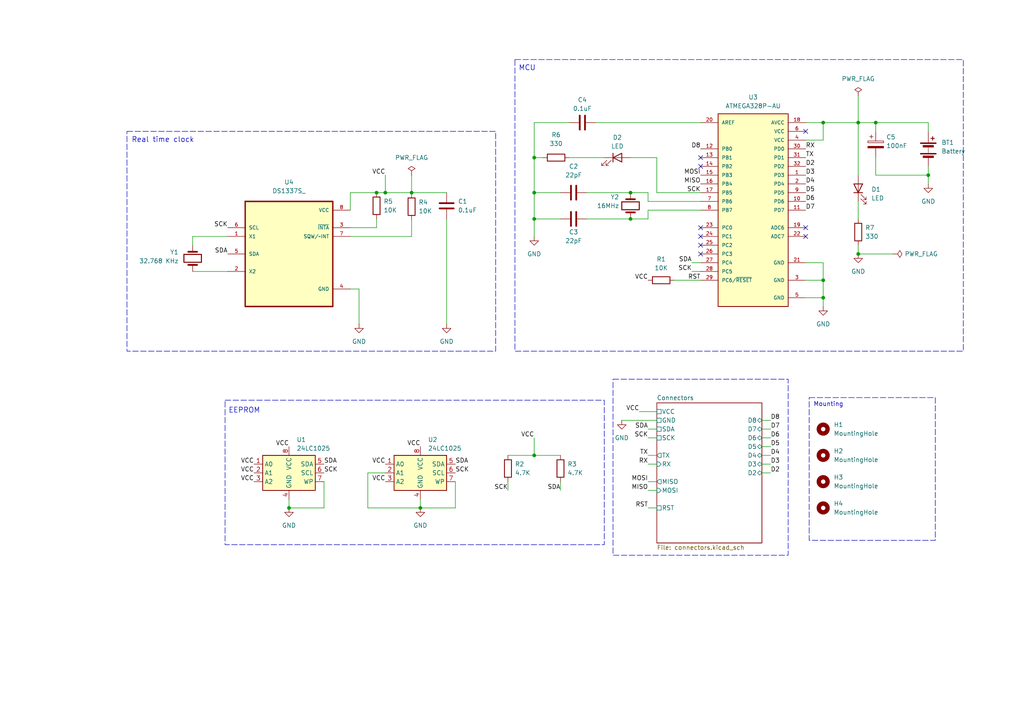
<source format=kicad_sch>
(kicad_sch (version 20231120) (generator "eeschema") (generator_version "8.0")
  (paper "A4")
  (title_block (title "${project name}") (date "2025-02-27") (rev "1"))
  (lib_symbols
    (symbol "24LC1025_1"
      (property "Reference" "U1" (at 2.1941 9.652 0))
      (property "Value" "24LC1025" (at 2.1941 7.112 0))
      (symbol "24LC1025_1_1_1"
        (rectangle (start -7.62 5.08) (end 7.62 -5.08) (stroke (width 0.254)) (fill (type background)))
        (pin input line (at -10.16 2.54 0) (length 2.54) (name "A0") (number "1"))
        (pin input line (at -10.16 0 0) (length 2.54) (name "A1") (number "2"))
        (pin input line (at -10.16 -2.54 0) (length 2.54) (name "A2") (number "3"))
        (pin power_in line (at 0 -7.62 90) (length 2.54) (name "GND") (number "4"))
        (pin bidirectional line (at 10.16 2.54 180) (length 2.54) (name "SDA") (number "5"))
        (pin input line (at 10.16 0 180) (length 2.54) (name "SCL") (number "6"))
        (pin input line (at 10.16 -2.54 180) (length 2.54) (name "WP") (number "7"))
        (pin power_in line (at 0 7.62 270) (length 2.54) (name "VCC") (number "8"))
      )
    )
    (symbol "ATMEGA328P-AU:ATMEGA328P-AU" (pin_names (offset 1.016))
      (property "Reference" "U3" (at 0 32.766 0))
      (property "Value" "ATMEGA328P-AU" (at 0 30.226 0))
      (symbol "ATMEGA328P-AU_0_0"
        (rectangle (start -10.16 -27.94) (end 10.16 27.94) (stroke (width 0.254)) (fill (type background)))
        (pin bidirectional line (at 15.24 10.16 180) (length 5.08) (name "PD3") (number "1"))
        (pin bidirectional line (at 15.24 2.54 180) (length 5.08) (name "PD6") (number "10"))
        (pin bidirectional line (at 15.24 0 180) (length 5.08) (name "PD7") (number "11"))
        (pin bidirectional line (at -15.24 17.78 0) (length 5.08) (name "PB0") (number "12"))
        (pin bidirectional line (at -15.24 15.24 0) (length 5.08) (name "PB1") (number "13"))
        (pin bidirectional line (at -15.24 12.7 0) (length 5.08) (name "PB2") (number "14"))
        (pin bidirectional line (at -15.24 10.16 0) (length 5.08) (name "PB3") (number "15"))
        (pin bidirectional line (at -15.24 7.62 0) (length 5.08) (name "PB4") (number "16"))
        (pin bidirectional line (at -15.24 5.08 0) (length 5.08) (name "PB5") (number "17"))
        (pin power_in line (at 15.24 25.4 180) (length 5.08) (name "AVCC") (number "18"))
        (pin bidirectional line (at 15.24 -5.08 180) (length 5.08) (name "ADC6") (number "19"))
        (pin bidirectional line (at 15.24 7.62 180) (length 5.08) (name "PD4") (number "2"))
        (pin input line (at -15.24 25.4 0) (length 5.08) (name "AREF") (number "20"))
        (pin power_in line (at 15.24 -15.24 180) (length 5.08) (name "GND") (number "21"))
        (pin bidirectional line (at 15.24 -7.62 180) (length 5.08) (name "ADC7") (number "22"))
        (pin bidirectional line (at -15.24 -5.08 0) (length 5.08) (name "PC0") (number "23"))
        (pin bidirectional line (at -15.24 -7.62 0) (length 5.08) (name "PC1") (number "24"))
        (pin bidirectional line (at -15.24 -10.16 0) (length 5.08) (name "PC2") (number "25"))
        (pin bidirectional line (at -15.24 -12.7 0) (length 5.08) (name "PC3") (number "26"))
        (pin bidirectional line (at -15.24 -15.24 0) (length 5.08) (name "PC4") (number "27"))
        (pin bidirectional line (at -15.24 -17.78 0) (length 5.08) (name "PC5") (number "28"))
        (pin bidirectional line (at -15.24 -20.32 0) (length 5.08) (name "PC6/~{RESET}") (number "29"))
        (pin power_in line (at 15.24 -20.32 180) (length 5.08) (name "GND") (number "3"))
        (pin bidirectional line (at 15.24 17.78 180) (length 5.08) (name "PD0") (number "30"))
        (pin bidirectional line (at 15.24 15.24 180) (length 5.08) (name "PD1") (number "31"))
        (pin bidirectional line (at 15.24 12.7 180) (length 5.08) (name "PD2") (number "32"))
        (pin power_in line (at 15.24 20.32 180) (length 5.08) (name "VCC") (number "4"))
        (pin power_in line (at 15.24 -25.4 180) (length 5.08) (name "GND") (number "5"))
        (pin power_in line (at 15.24 22.86 180) (length 5.08) (name "VCC") (number "6"))
        (pin bidirectional line (at -15.24 2.54 0) (length 5.08) (name "PB6") (number "7"))
        (pin bidirectional line (at -15.24 0 0) (length 5.08) (name "PB7") (number "8"))
        (pin bidirectional line (at 15.24 5.08 180) (length 5.08) (name "PD5") (number "9"))
      )
    )
    (symbol "DS1337S:DS1337S_" (pin_names (offset 1.016))
      (property "Reference" "U" (at -12.7 16.24 0))
      (property "Value" "DS1337S_" (at -12.7 -19.24 0))
      (symbol "DS1337S__0_0"
        (rectangle (start -12.7 -15.24) (end 12.7 15.24) (stroke (width 0.41)) (fill (type background)))
        (pin input line (at -17.78 5.08 0) (length 5.08) (name "X1") (number "1"))
        (pin bidirectional line (at -17.78 -5.08 0) (length 5.08) (name "X2") (number "2"))
        (pin output line (at 17.78 7.62 180) (length 5.08) (name "~{INTA}") (number "3"))
        (pin power_in line (at 17.78 -10.16 180) (length 5.08) (name "GND") (number "4"))
        (pin bidirectional line (at -17.78 0 0) (length 5.08) (name "SDA") (number "5"))
        (pin input line (at -17.78 7.62 0) (length 5.08) (name "SCL") (number "6"))
        (pin output line (at 17.78 5.08 180) (length 5.08) (name "SQW/~INT") (number "7"))
        (pin power_in line (at 17.78 12.7 180) (length 5.08) (name "VCC") (number "8"))
      )
    )
    (symbol "Device:Battery" (pin_numbers hide) (pin_names (offset 0) hide)
      (property "Reference" "BT" (at 2.54 2.54 0))
      (property "Value" "Battery" (at 2.54 0 0))
      (symbol "Battery_0_1"
        (rectangle (start -2.286 -1.27) (end 2.286 -1.524) (fill (type outline)))
        (rectangle (start -2.286 1.778) (end 2.286 1.524) (fill (type outline)))
        (rectangle (start -1.524 -2.032) (end 1.524 -2.54) (fill (type outline)))
        (rectangle (start -1.524 1.016) (end 1.524 0.508) (fill (type outline)))
        (polyline (pts (xy 0 -1.016) (xy 0 -0.762)))
        (polyline (pts (xy 0 -0.508) (xy 0 -0.254)))
        (polyline (pts (xy 0 0) (xy 0 0.254)))
        (polyline (pts (xy 0 1.778) (xy 0 2.54)))
        (polyline (pts (xy 0.762 3.048) (xy 1.778 3.048)) (stroke (width 0.254)))
        (polyline (pts (xy 1.27 3.556) (xy 1.27 2.54)) (stroke (width 0.254)))
      )
      (symbol "Battery_1_1"
        (pin passive line (at 0 5.08 270) (length 2.54) (name "+") (number "1"))
        (pin passive line (at 0 -5.08 90) (length 2.54) (name "-") (number "2"))
      )
    )
    (symbol "Device:C" (pin_numbers hide) (pin_names (offset 0.254))
      (property "Reference" "C" (at 0.635 2.54 0))
      (property "Value" "C" (at 0.635 -2.54 0))
      (symbol "C_0_1"
        (polyline (pts (xy -2.032 -0.762) (xy 2.032 -0.762)) (stroke (width 0.508)))
        (polyline (pts (xy -2.032 0.762) (xy 2.032 0.762)) (stroke (width 0.508)))
      )
      (symbol "C_1_1"
        (pin passive line (at 0 3.81 270) (length 2.794) (name "~") (number "1"))
        (pin passive line (at 0 -3.81 90) (length 2.794) (name "~") (number "2"))
      )
    )
    (symbol "Device:C_Polarized" (pin_numbers hide) (pin_names (offset 0.254))
      (property "Reference" "C" (at 0.635 2.54 0))
      (property "Value" "C_Polarized" (at 0.635 -2.54 0))
      (symbol "C_Polarized_0_1"
        (rectangle (start -2.286 0.508) (end 2.286 1.016))
        (polyline (pts (xy -1.778 2.286) (xy -0.762 2.286)))
        (polyline (pts (xy -1.27 2.794) (xy -1.27 1.778)))
        (rectangle (start 2.286 -0.508) (end -2.286 -1.016) (fill (type outline)))
      )
      (symbol "C_Polarized_1_1"
        (pin passive line (at 0 3.81 270) (length 2.794) (name "~") (number "1"))
        (pin passive line (at 0 -3.81 90) (length 2.794) (name "~") (number "2"))
      )
    )
    (symbol "Device:Crystal" (pin_numbers hide) (pin_names (offset 1.016) hide)
      (property "Reference" "Y" (at 0 3.81 0))
      (property "Value" "Crystal" (at 0 -3.81 0))
      (symbol "Crystal_0_1"
        (rectangle (start -1.143 2.54) (end 1.143 -2.54) (stroke (width 0.3048)))
        (polyline (pts (xy -2.54 0) (xy -1.905 0)))
        (polyline (pts (xy -1.905 -1.27) (xy -1.905 1.27)) (stroke (width 0.508)))
        (polyline (pts (xy 1.905 -1.27) (xy 1.905 1.27)) (stroke (width 0.508)))
        (polyline (pts (xy 2.54 0) (xy 1.905 0)))
      )
      (symbol "Crystal_1_1"
        (pin passive line (at -3.81 0 0) (length 1.27) (name "1") (number "1"))
        (pin passive line (at 3.81 0 180) (length 1.27) (name "2") (number "2"))
      )
    )
    (symbol "Device:LED" (pin_numbers hide) (pin_names (offset 1.016) hide)
      (property "Reference" "D" (at 0 2.54 0))
      (property "Value" "LED" (at 0 -2.54 0))
      (symbol "LED_0_1"
        (polyline (pts (xy -1.27 -1.27) (xy -1.27 1.27)) (stroke (width 0.254)))
        (polyline (pts (xy -1.27 0) (xy 1.27 0)))
        (polyline (pts (xy 1.27 -1.27) (xy 1.27 1.27) (xy -1.27 0) (xy 1.27 -1.27)) (stroke (width 0.254)))
        (polyline (pts (xy -3.048 -0.762) (xy -4.572 -2.286) (xy -3.81 -2.286) (xy -4.572 -2.286) (xy -4.572 -1.524)))
        (polyline (pts (xy -1.778 -0.762) (xy -3.302 -2.286) (xy -2.54 -2.286) (xy -3.302 -2.286) (xy -3.302 -1.524)))
      )
      (symbol "LED_1_1"
        (pin passive line (at -3.81 0 0) (length 2.54) (name "K") (number "1"))
        (pin passive line (at 3.81 0 180) (length 2.54) (name "A") (number "2"))
      )
    )
    (symbol "Device:R" (pin_numbers hide) (pin_names (offset 0))
      (property "Reference" "R" (at 2.032 0 90))
      (property "Value" "R" (at 0 0 90))
      (symbol "R_0_1"
        (rectangle (start -1.016 -2.54) (end 1.016 2.54) (stroke (width 0.254)))
      )
      (symbol "R_1_1"
        (pin passive line (at 0 3.81 270) (length 1.27) (name "~") (number "1"))
        (pin passive line (at 0 -3.81 90) (length 1.27) (name "~") (number "2"))
      )
    )
    (symbol "Mechanical:MountingHole" (pin_names (offset 1.016)) (exclude_from_sim yes) (in_bom no)
      (property "Reference" "H" (at 0 5.08 0))
      (property "Value" "MountingHole" (at 0 3.175 0))
      (symbol "MountingHole_0_1"
        (circle (center 0 0) (radius 1.27) (stroke (width 1.27)))
      )
    )
    (symbol "Memory_EEPROM:24LC1025"
      (property "Reference" "U" (at -6.35 6.35 0))
      (property "Value" "24LC1025" (at 1.27 6.35 0))
      (symbol "24LC1025_1_1"
        (rectangle (start -7.62 5.08) (end 7.62 -5.08) (stroke (width 0.254)) (fill (type background)))
        (pin input line (at -10.16 2.54 0) (length 2.54) (name "A0") (number "1"))
        (pin input line (at -10.16 0 0) (length 2.54) (name "A1") (number "2"))
        (pin input line (at -10.16 -2.54 0) (length 2.54) (name "A2") (number "3"))
        (pin power_in line (at 0 -7.62 90) (length 2.54) (name "GND") (number "4"))
        (pin bidirectional line (at 10.16 2.54 180) (length 2.54) (name "SDA") (number "5"))
        (pin input line (at 10.16 0 180) (length 2.54) (name "SCL") (number "6"))
        (pin input line (at 10.16 -2.54 180) (length 2.54) (name "WP") (number "7"))
        (pin power_in line (at 0 7.62 270) (length 2.54) (name "VCC") (number "8"))
      )
    )
    (symbol "power:GND" (power) (pin_numbers hide) (pin_names (offset 0) hide)
      (property "Value" "GND" (at 0 -3.81 0))
      (symbol "GND_0_1"
        (polyline (pts (xy 0 0) (xy 0 -1.27) (xy 1.27 -1.27) (xy 0 -2.54) (xy -1.27 -1.27) (xy 0 -1.27)))
      )
      (symbol "GND_1_1"
        (pin power_in line (at 0 0 270) (length 0) (name "~") (number "1"))
      )
    )
    (symbol "power:PWR_FLAG" (power) (pin_numbers hide) (pin_names (offset 0) hide)
      (property "Value" "PWR_FLAG" (at 0 3.81 0))
      (symbol "PWR_FLAG_0_0"
        (pin power_out line (at 0 0 90) (length 0) (name "~") (number "1"))
      )
      (symbol "PWR_FLAG_0_1"
        (polyline (pts (xy 0 0) (xy 0 1.27) (xy -1.016 1.905) (xy 0 2.54) (xy 1.016 1.905) (xy 0 1.27)))
      )
    )
  )
  (junction (at 248.92 35.56))
  (junction (at 182.88 55.88))
  (junction (at 154.94 45.72))
  (junction (at 248.92 73.66))
  (junction (at 83.82 147.32))
  (junction (at 254 35.56))
  (junction (at 119.38 55.88))
  (junction (at 182.88 63.5))
  (junction (at 154.94 63.5))
  (junction (at 238.76 81.28))
  (junction (at 238.76 86.36))
  (junction (at 121.92 147.32))
  (junction (at 154.94 55.88))
  (junction (at 109.22 55.88))
  (junction (at 238.76 35.56))
  (junction (at 269.24 50.8))
  (junction (at 154.94 132.08))
  (junction (at 111.76 55.88))
  (no_connect (at 203.2 48.26))
  (no_connect (at 233.68 68.58))
  (no_connect (at 203.2 66.04))
  (no_connect (at 203.2 45.72))
  (no_connect (at 233.68 38.1))
  (no_connect (at 203.2 68.58))
  (no_connect (at 203.2 71.12))
  (no_connect (at 233.68 66.04))
  (no_connect (at 203.2 73.66))
  (wire (pts (xy 187.96 127) (xy 190.5 127)))
  (wire (pts (xy 254 35.56) (xy 269.24 35.56)))
  (wire (pts (xy 254 35.56) (xy 254 38.1)))
  (wire (pts (xy 170.18 55.88) (xy 182.88 55.88)))
  (wire (pts (xy 83.82 147.32) (xy 93.98 147.32)))
  (wire (pts (xy 187.96 63.5) (xy 182.88 63.5)))
  (wire (pts (xy 111.76 55.88) (xy 119.38 55.88)))
  (wire (pts (xy 154.94 63.5) (xy 154.94 68.58)))
  (wire (pts (xy 121.92 147.32) (xy 132.08 147.32)))
  (wire (pts (xy 147.32 142.24) (xy 147.32 139.7)))
  (wire (pts (xy 190.5 55.88) (xy 203.2 55.88)))
  (wire (pts (xy 154.94 45.72) (xy 157.48 45.72)))
  (wire (pts (xy 162.56 142.24) (xy 162.56 139.7)))
  (wire (pts (xy 182.88 55.88) (xy 187.96 55.88)))
  (wire (pts (xy 233.68 40.64) (xy 238.76 40.64)))
  (wire (pts (xy 187.96 142.24) (xy 190.5 142.24)))
  (wire (pts (xy 223.52 129.54) (xy 220.98 129.54)))
  (wire (pts (xy 154.94 127) (xy 154.94 132.08)))
  (wire (pts (xy 187.96 134.62) (xy 190.5 134.62)))
  (wire (pts (xy 119.38 63.754) (xy 119.38 68.58)))
  (wire (pts (xy 185.42 119.38) (xy 190.5 119.38)))
  (wire (pts (xy 154.94 132.08) (xy 162.56 132.08)))
  (wire (pts (xy 187.96 60.96) (xy 203.2 60.96)))
  (wire (pts (xy 269.24 48.26) (xy 269.24 50.8)))
  (wire (pts (xy 154.94 55.88) (xy 154.94 63.5)))
  (wire (pts (xy 254 45.72) (xy 254 50.8)))
  (wire (pts (xy 233.68 76.2) (xy 238.76 76.2)))
  (wire (pts (xy 248.92 73.66) (xy 259.08 73.66)))
  (wire (pts (xy 106.68 147.32) (xy 121.92 147.32)))
  (wire (pts (xy 55.88 68.58) (xy 66.04 68.58)))
  (wire (pts (xy 238.76 35.56) (xy 248.92 35.56)))
  (wire (pts (xy 238.76 88.9) (xy 238.76 86.36)))
  (wire (pts (xy 132.08 139.7) (xy 132.08 147.32)))
  (wire (pts (xy 200.66 78.74) (xy 203.2 78.74)))
  (wire (pts (xy 111.76 137.16) (xy 106.68 137.16)))
  (wire (pts (xy 187.96 132.08) (xy 190.5 132.08)))
  (wire (pts (xy 223.52 127) (xy 220.98 127)))
  (wire (pts (xy 101.6 55.88) (xy 109.22 55.88)))
  (wire (pts (xy 147.32 132.08) (xy 154.94 132.08)))
  (wire (pts (xy 101.6 60.96) (xy 101.6 55.88)))
  (wire (pts (xy 248.92 73.66) (xy 248.92 71.12)))
  (wire (pts (xy 233.68 81.28) (xy 238.76 81.28)))
  (wire (pts (xy 154.94 63.5) (xy 162.56 63.5)))
  (wire (pts (xy 121.92 147.32) (xy 121.92 144.78)))
  (wire (pts (xy 190.5 45.72) (xy 190.5 55.88)))
  (wire (pts (xy 187.96 58.42) (xy 203.2 58.42)))
  (wire (pts (xy 195.58 81.28) (xy 203.2 81.28)))
  (wire (pts (xy 187.96 139.7) (xy 190.5 139.7)))
  (wire (pts (xy 119.38 55.88) (xy 129.54 55.88)))
  (wire (pts (xy 55.88 78.74) (xy 66.04 78.74)))
  (wire (pts (xy 104.14 83.82) (xy 104.14 93.98)))
  (wire (pts (xy 129.54 63.5) (xy 129.54 93.98)))
  (wire (pts (xy 254 50.8) (xy 269.24 50.8)))
  (wire (pts (xy 119.38 50.8) (xy 119.38 55.88)))
  (wire (pts (xy 223.52 124.46) (xy 220.98 124.46)))
  (wire (pts (xy 101.6 68.58) (xy 119.38 68.58)))
  (wire (pts (xy 106.68 137.16) (xy 106.68 147.32)))
  (wire (pts (xy 248.92 35.56) (xy 254 35.56)))
  (wire (pts (xy 238.76 76.2) (xy 238.76 81.28)))
  (wire (pts (xy 187.96 60.96) (xy 187.96 63.5)))
  (wire (pts (xy 154.94 55.88) (xy 162.56 55.88)))
  (wire (pts (xy 233.68 86.36) (xy 238.76 86.36)))
  (wire (pts (xy 200.66 76.2) (xy 203.2 76.2)))
  (wire (pts (xy 248.92 27.94) (xy 248.92 35.56)))
  (wire (pts (xy 187.96 55.88) (xy 187.96 58.42)))
  (wire (pts (xy 165.1 45.72) (xy 175.26 45.72)))
  (wire (pts (xy 223.52 132.08) (xy 220.98 132.08)))
  (wire (pts (xy 101.6 83.82) (xy 104.14 83.82)))
  (wire (pts (xy 187.96 124.46) (xy 190.5 124.46)))
  (wire (pts (xy 154.94 45.72) (xy 154.94 55.88)))
  (wire (pts (xy 119.38 56.134) (xy 119.38 55.88)))
  (wire (pts (xy 172.72 35.56) (xy 203.2 35.56)))
  (wire (pts (xy 83.82 147.32) (xy 83.82 144.78)))
  (wire (pts (xy 101.6 66.04) (xy 109.22 66.04)))
  (wire (pts (xy 233.68 35.56) (xy 238.76 35.56)))
  (wire (pts (xy 170.18 63.5) (xy 182.88 63.5)))
  (wire (pts (xy 109.22 55.88) (xy 111.76 55.88)))
  (wire (pts (xy 187.96 147.32) (xy 190.5 147.32)))
  (wire (pts (xy 180.34 121.92) (xy 190.5 121.92)))
  (wire (pts (xy 269.24 35.56) (xy 269.24 38.1)))
  (wire (pts (xy 109.22 63.5) (xy 109.22 66.04)))
  (wire (pts (xy 182.88 45.72) (xy 190.5 45.72)))
  (wire (pts (xy 269.24 50.8) (xy 269.24 53.34)))
  (wire (pts (xy 93.98 139.7) (xy 93.98 147.32)))
  (wire (pts (xy 223.52 134.62) (xy 220.98 134.62)))
  (wire (pts (xy 154.94 35.56) (xy 154.94 45.72)))
  (wire (pts (xy 223.52 121.92) (xy 220.98 121.92)))
  (wire (pts (xy 111.76 50.8) (xy 111.76 55.88)))
  (wire (pts (xy 55.88 71.12) (xy 55.88 68.58)))
  (wire (pts (xy 248.92 35.56) (xy 248.92 50.8)))
  (wire (pts (xy 248.92 63.5) (xy 248.92 58.42)))
  (wire (pts (xy 165.1 35.56) (xy 154.94 35.56)))
  (wire (pts (xy 238.76 35.56) (xy 238.76 40.64)))
  (wire (pts (xy 223.52 137.16) (xy 220.98 137.16)))
  (wire (pts (xy 238.76 81.28) (xy 238.76 86.36)))
  (rectangle (start 177.8 109.982) (end 228.6 161.036) (stroke (width 0) (type dash)))
  (rectangle (start 36.83 38.1) (end 143.764 101.854) (stroke (width 0) (type dash)))
  (rectangle (start 65.278 116.078) (end 175.26 157.988) (stroke (width 0) (type dash)))
  (rectangle (start 234.696 115.316) (end 271.272 156.718) (stroke (width 0) (type dash)))
  (rectangle (start 149.352 17.272) (end 279.4 101.854) (stroke (width 0) (type dash)))
  (text "Real time clock" (at 47.244 40.64 0) (effects (font (size 1.5 1.5))))
  (text "Mounting\n" (at 240.284 117.348 0) (effects (font (size 1.27 1.27))))
  (text "MCU" (at 152.908 19.812 0) (effects (font (size 1.5 1.5))))
  (text "EEPROM" (at 70.866 119.126 0) (effects (font (size 1.5 1.5))))
  (label "D4" (at 233.68 53.34 0))
  (label "SDA" (at 162.56 142.24 180))
  (label "SDA" (at 187.96 124.46 180))
  (label "VCC" (at 111.76 50.8 180))
  (label "VCC" (at 154.94 127 180))
  (label "D7" (at 223.52 124.46 0))
  (label "VCC" (at 73.66 139.7 180))
  (label "D8" (at 223.52 121.92 0))
  (label "SCK" (at 147.32 142.24 180))
  (label "MISO" (at 203.2 53.34 180))
  (label "MOSI" (at 187.96 139.7 180))
  (label "D5" (at 223.52 129.54 0))
  (label "SCK" (at 132.08 137.16 0))
  (label "VCC" (at 83.82 129.54 180))
  (label "VCC" (at 111.76 139.7 180))
  (label "VCC" (at 73.66 134.62 180))
  (label "MISO" (at 187.96 142.24 180))
  (label "SDA" (at 200.66 76.2 180))
  (label "D5" (at 233.68 55.88 0))
  (label "RST" (at 187.96 147.32 180))
  (label "SCK" (at 187.96 127 180))
  (label "VCC" (at 121.92 129.54 180))
  (label "SDA" (at 132.08 134.62 0))
  (label "D7" (at 233.68 60.96 0))
  (label "TX" (at 187.96 132.08 180))
  (label "SDA" (at 66.04 73.66 180))
  (label "D6" (at 223.52 127 0))
  (label "D3" (at 233.68 50.8 0))
  (label "VCC" (at 187.96 81.28 180))
  (label "TX" (at 233.68 45.72 0))
  (label "VCC" (at 73.66 137.16 180))
  (label "RX" (at 233.68 43.18 0))
  (label "SCK" (at 66.04 66.04 180))
  (label "D6" (at 233.68 58.42 0))
  (label "SCK" (at 200.66 78.74 180))
  (label "SCK" (at 203.2 55.88 180))
  (label "D2" (at 223.52 137.16 0))
  (label "D3" (at 223.52 134.62 0))
  (label "SCK" (at 93.98 137.16 0))
  (label "D4" (at 223.52 132.08 0))
  (label "D2" (at 233.68 48.26 0))
  (label "SDA" (at 93.98 134.62 0))
  (label "MOSI" (at 203.2 50.8 180))
  (label "RX" (at 187.96 134.62 180))
  (label "D8" (at 203.2 43.18 180))
  (label "VCC" (at 185.42 119.38 180))
  (label "VCC" (at 111.76 134.62 180))
  (label "RST" (at 203.2 81.28 180))
  (symbol (lib_id "DS1337S:DS1337S_") (at 83.82 73.66 0) (unit 1)
    (property "Reference" "U4" (at 83.82 52.832 0))
    (property "Value" "DS1337S_" (at 83.82 55.372 0))
    (property "Footprint" "DS1337S_:SOIC127P600X175-8N" (effects (hide yes)))
    (property "MF" "Analog Devices" (effects (hide yes)))
    (property "Description_1" "\n                        \n                            Real Time Clock (RTC) IC Clock/Calendar - I²C, 2-Wire Serial 8-SOIC (0.154, 3.90mm Width)\n                        \n" (effects (hide yes)))
    (property "Package" "SOIC-8 Maxim" (effects (hide yes)))
    (property "Price" "None" (effects (hide yes)))
    (property "SnapEDA_Link" "https://www.snapeda.com/parts/DS1337S/Analog+Devices/view-part/?ref=snap" (effects (hide yes)))
    (property "MP" "DS1337S" (effects (hide yes)))
    (property "Availability" "In Stock" (effects (hide yes)))
    (property "Check_prices" "https://www.snapeda.com/parts/DS1337S/Analog+Devices/view-part/?ref=eda" (effects (hide yes)))
  )
  (symbol (lib_id "power:PWR_FLAG") (at 259.08 73.66 270) (unit 1)
    (property "Reference" "#FLG02" (effects (hide yes)))
    (property "Value" "PWR_FLAG" (at 262.382 73.6599 90) (effects (justify left)))
    (property "Description" "Special symbol for telling ERC where power comes from" (effects (hide yes)))
  )
  (symbol (lib_id "Mechanical:MountingHole") (at 238.76 147.32 0) (unit 1) (exclude_from_sim yes) (in_bom no)
    (property "Reference" "H4" (at 241.808 146.0499 0) (effects (justify left)))
    (property "Value" "MountingHole" (at 241.808 148.5899 0) (effects (justify left)))
    (property "Footprint" "MountingHole:MountingHole_2.1mm" (effects (hide yes)))
    (property "Description" "Mounting Hole without connection" (effects (hide yes)))
  )
  (symbol (lib_id "Device:C_Polarized") (at 254 41.91 0) (unit 1)
    (property "Reference" "C5" (at 257.048 39.7509 0) (effects (justify left)))
    (property "Value" "100nF" (at 257.048 42.2909 0) (effects (justify left)))
    (property "Footprint" "Capacitor_SMD:C_0805_2012Metric" (effects (hide yes)))
    (property "Description" "Polarized capacitor" (effects (hide yes)))
  )
  (symbol (lib_id "Device:R") (at 119.38 59.944 0) (unit 1)
    (property "Reference" "R4" (at 121.412 58.6739 0) (effects (justify left)))
    (property "Value" "10K" (at 121.412 61.2139 0) (effects (justify left)))
    (property "Footprint" "Resistor_SMD:R_0805_2012Metric" (effects (hide yes)))
    (property "Description" "Resistor" (effects (hide yes)))
  )
  (symbol (lib_id "power:PWR_FLAG") (at 248.92 27.94 0) (unit 1)
    (property "Reference" "#FLG01" (effects (hide yes)))
    (property "Value" "PWR_FLAG" (at 248.92 22.86 0))
    (property "Description" "Special symbol for telling ERC where power comes from" (effects (hide yes)))
  )
  (symbol (lib_name "24LC1025_1") (lib_id "Memory_EEPROM:24LC1025") (at 83.82 137.16 0) (unit 1)
    (property "Reference" "U1" (at 86.0141 127.508 0) (effects (justify left)))
    (property "Value" "24LC1025" (at 86.0141 130.048 0) (effects (justify left)))
    (property "Footprint" "Package_SO:SOIC-8_5.23x5.23mm_P1.27mm" (effects (hide yes)))
    (property "Datasheet" "http://ww1.microchip.com/downloads/en/DeviceDoc/21941B.pdf" (effects (hide yes)))
    (property "Description" "I2C Serial EEPROM, 1024Kb, DIP-8/SOIC-8/TSSOP-8/DFN-8" (effects (hide yes)))
  )
  (symbol (lib_id "Mechanical:MountingHole") (at 238.76 139.7 0) (unit 1) (exclude_from_sim yes) (in_bom no)
    (property "Reference" "H3" (at 241.808 138.4299 0) (effects (justify left)))
    (property "Value" "MountingHole" (at 241.808 140.9699 0) (effects (justify left)))
    (property "Footprint" "MountingHole:MountingHole_2.1mm" (effects (hide yes)))
    (property "Description" "Mounting Hole without connection" (effects (hide yes)))
  )
  (symbol (lib_id "power:GND") (at 104.14 93.98 0) (unit 1)
    (property "Reference" "#PWR01" (effects (hide yes)))
    (property "Value" "GND" (at 104.14 99.06 0))
    (property "Description" "Power symbol creates a global label with name \"GND\" , ground" (effects (hide yes)))
  )
  (symbol (lib_id "Memory_EEPROM:24LC1025") (at 121.92 137.16 0) (unit 1)
    (property "Reference" "U2" (at 124.1141 127.508 0) (effects (justify left)))
    (property "Value" "24LC1025" (at 124.1141 130.048 0) (effects (justify left)))
    (property "Footprint" "Package_SO:SOIC-8_5.23x5.23mm_P1.27mm" (effects (hide yes)))
    (property "Datasheet" "http://ww1.microchip.com/downloads/en/DeviceDoc/21941B.pdf" (effects (hide yes)))
    (property "Description" "I2C Serial EEPROM, 1024Kb, DIP-8/SOIC-8/TSSOP-8/DFN-8" (effects (hide yes)))
  )
  (symbol (lib_id "Mechanical:MountingHole") (at 238.76 124.46 0) (unit 1) (exclude_from_sim yes) (in_bom no)
    (property "Reference" "H1" (at 241.808 123.1899 0) (effects (justify left)))
    (property "Value" "MountingHole" (at 241.808 125.7299 0) (effects (justify left)))
    (property "Footprint" "MountingHole:MountingHole_2.1mm" (effects (hide yes)))
    (property "Description" "Mounting Hole without connection" (effects (hide yes)))
  )
  (symbol (lib_id "Device:R") (at 162.56 135.89 0) (unit 1)
    (property "Reference" "R3" (at 164.592 134.6199 0) (effects (justify left)))
    (property "Value" "4.7K" (at 164.592 137.1599 0) (effects (justify left)))
    (property "Footprint" "Resistor_SMD:R_0805_2012Metric" (effects (hide yes)))
    (property "Description" "Resistor" (effects (hide yes)))
  )
  (symbol (lib_id "power:GND") (at 83.82 147.32 0) (unit 1)
    (property "Reference" "#PWR03" (effects (hide yes)))
    (property "Value" "GND" (at 83.82 152.4 0))
    (property "Description" "Power symbol creates a global label with name \"GND\" , ground" (effects (hide yes)))
  )
  (symbol (lib_id "Device:R") (at 109.22 59.69 0) (unit 1)
    (property "Reference" "R5" (at 111.252 58.4199 0) (effects (justify left)))
    (property "Value" "10K" (at 111.252 60.9599 0) (effects (justify left)))
    (property "Footprint" "Resistor_SMD:R_0805_2012Metric" (effects (hide yes)))
    (property "Description" "Resistor" (effects (hide yes)))
  )
  (symbol (lib_id "power:GND") (at 129.54 93.98 0) (unit 1)
    (property "Reference" "#PWR02" (effects (hide yes)))
    (property "Value" "GND" (at 129.54 99.06 0))
    (property "Description" "Power symbol creates a global label with name \"GND\" , ground" (effects (hide yes)))
  )
  (symbol (lib_id "ATMEGA328P-AU:ATMEGA328P-AU") (at 218.44 60.96 0) (unit 1)
    (property "Reference" "U3" (at 218.44 28.194 0))
    (property "Value" "ATMEGA328P-AU" (at 218.44 30.734 0))
    (property "Footprint" "ATMEGA328P-AU:QFP80P900X900X120-32N" (effects (hide yes)))
    (property "MF" "Microchip" (effects (hide yes)))
    (property "MAXIMUM_PACKAGE_HEIGHT" "1.20mm" (effects (hide yes)))
    (property "Package" "TQFP-32 Microchip" (effects (hide yes)))
    (property "Price" "None" (effects (hide yes)))
    (property "Check_prices" "https://www.snapeda.com/parts/ATMEGA328P-AU/Microchip/view-part/?ref=eda" (effects (hide yes)))
    (property "STANDARD" "IPC-7351B" (effects (hide yes)))
    (property "PARTREV" "8271A" (effects (hide yes)))
    (property "SnapEDA_Link" "https://www.snapeda.com/parts/ATMEGA328P-AU/Microchip/view-part/?ref=snap" (effects (hide yes)))
    (property "MP" "ATMEGA328P-AU" (effects (hide yes)))
    (property "Description_1" "\n                        \n                            AVR AVR® ATmega Microcontroller IC 8-Bit 20MHz 32KB (16K x 16) FLASH 32-TQFP (7x7)\n                        \n" (effects (hide yes)))
    (property "Availability" "In Stock" (effects (hide yes)))
    (property "MANUFACTURER" "Microchip" (effects (hide yes)))
  )
  (symbol (lib_id "Device:Crystal") (at 182.88 59.69 90) (unit 1)
    (property "Reference" "Y2" (at 179.578 57.15 90) (effects (justify left)))
    (property "Value" "16MHz" (at 179.578 59.69 90) (effects (justify left)))
    (property "Footprint" "Crystal:Crystal_SMD_5032-2Pin_5.0x3.2mm_HandSoldering" (effects (hide yes)))
    (property "Description" "Two pin crystal" (effects (hide yes)))
  )
  (symbol (lib_id "Device:C") (at 129.54 59.69 0) (unit 1)
    (property "Reference" "C1" (at 132.842 58.4199 0) (effects (justify left)))
    (property "Value" "0.1uF" (at 132.842 60.9599 0) (effects (justify left)))
    (property "Footprint" "Capacitor_SMD:C_0805_2012Metric" (effects (hide yes)))
    (property "Description" "Unpolarized capacitor" (effects (hide yes)))
  )
  (symbol (lib_id "power:GND") (at 269.24 53.34 0) (unit 1)
    (property "Reference" "#PWR07" (effects (hide yes)))
    (property "Value" "GND" (at 269.24 58.42 0))
    (property "Description" "Power symbol creates a global label with name \"GND\" , ground" (effects (hide yes)))
  )
  (symbol (lib_id "Device:R") (at 191.77 81.28 90) (unit 1)
    (property "Reference" "R1" (at 191.77 75.184 90))
    (property "Value" "10K" (at 191.77 77.724 90))
    (property "Footprint" "Resistor_SMD:R_0805_2012Metric" (effects (hide yes)))
    (property "Description" "Resistor" (effects (hide yes)))
  )
  (symbol (lib_id "Device:C") (at 168.91 35.56 90) (unit 1)
    (property "Reference" "C4" (at 168.91 28.956 90))
    (property "Value" "0.1uF" (at 168.91 31.496 90))
    (property "Footprint" "Capacitor_SMD:C_0805_2012Metric" (effects (hide yes)))
    (property "Description" "Unpolarized capacitor" (effects (hide yes)))
  )
  (symbol (lib_id "Device:R") (at 161.29 45.72 90) (unit 1)
    (property "Reference" "R6" (at 161.29 39.116 90))
    (property "Value" "330" (at 161.29 41.656 90))
    (property "Footprint" "Resistor_SMD:R_0805_2012Metric" (effects (hide yes)))
    (property "Description" "Resistor" (effects (hide yes)))
  )
  (symbol (lib_id "Device:Battery") (at 269.24 43.18 0) (unit 1)
    (property "Reference" "BT1" (at 273.05 41.3384 0) (effects (justify left)))
    (property "Value" "Battery" (at 273.05 43.8784 0) (effects (justify left)))
    (property "Footprint" "Connector_PinHeader_2.54mm:PinHeader_1x02_P2.54mm_Vertical" (effects (hide yes)))
    (property "Description" "Multiple-cell battery" (effects (hide yes)))
  )
  (symbol (lib_id "Device:R") (at 147.32 135.89 0) (unit 1)
    (property "Reference" "R2" (at 149.352 134.6199 0) (effects (justify left)))
    (property "Value" "4.7K" (at 149.352 137.1599 0) (effects (justify left)))
    (property "Footprint" "Resistor_SMD:R_0805_2012Metric" (effects (hide yes)))
    (property "Description" "Resistor" (effects (hide yes)))
  )
  (symbol (lib_id "Device:C") (at 166.37 63.5 90) (unit 1)
    (property "Reference" "C3" (at 166.37 67.31 90))
    (property "Value" "22pF" (at 166.37 69.85 90))
    (property "Footprint" "Capacitor_SMD:C_0805_2012Metric" (effects (hide yes)))
    (property "Description" "Unpolarized capacitor" (effects (hide yes)))
  )
  (symbol (lib_id "power:GND") (at 248.92 73.66 0) (unit 1)
    (property "Reference" "#PWR06" (effects (hide yes)))
    (property "Value" "GND" (at 248.92 78.74 0))
    (property "Description" "Power symbol creates a global label with name \"GND\" , ground" (effects (hide yes)))
  )
  (symbol (lib_id "power:PWR_FLAG") (at 119.38 50.8 0) (unit 1)
    (property "Reference" "#FLG03" (effects (hide yes)))
    (property "Value" "PWR_FLAG" (at 119.38 45.72 0))
    (property "Description" "Special symbol for telling ERC where power comes from" (effects (hide yes)))
  )
  (symbol (lib_id "Device:LED") (at 179.07 45.72 0) (unit 1)
    (property "Reference" "D2" (at 179.07 39.878 0))
    (property "Value" "LED" (at 179.07 42.418 0))
    (property "Footprint" "LED_SMD:LED_0805_2012Metric" (effects (hide yes)))
    (property "Description" "Light emitting diode" (effects (hide yes)))
  )
  (symbol (lib_id "Device:C") (at 166.37 55.88 90) (unit 1)
    (property "Reference" "C2" (at 166.37 48.26 90))
    (property "Value" "22pF" (at 166.37 50.8 90))
    (property "Footprint" "Capacitor_SMD:C_0805_2012Metric" (effects (hide yes)))
    (property "Description" "Unpolarized capacitor" (effects (hide yes)))
  )
  (symbol (lib_id "power:GND") (at 238.76 88.9 0) (unit 1)
    (property "Reference" "#PWR05" (effects (hide yes)))
    (property "Value" "GND" (at 238.76 93.98 0))
    (property "Description" "Power symbol creates a global label with name \"GND\" , ground" (effects (hide yes)))
  )
  (symbol (lib_id "Mechanical:MountingHole") (at 238.76 132.08 0) (unit 1) (exclude_from_sim yes) (in_bom no)
    (property "Reference" "H2" (at 241.808 130.8099 0) (effects (justify left)))
    (property "Value" "MountingHole" (at 241.808 133.3499 0) (effects (justify left)))
    (property "Footprint" "MountingHole:MountingHole_2.1mm" (effects (hide yes)))
    (property "Description" "Mounting Hole without connection" (effects (hide yes)))
  )
  (symbol (lib_id "power:GND") (at 121.92 147.32 0) (unit 1)
    (property "Reference" "#PWR04" (effects (hide yes)))
    (property "Value" "GND" (at 121.92 152.4 0))
    (property "Description" "Power symbol creates a global label with name \"GND\" , ground" (effects (hide yes)))
  )
  (symbol (lib_id "Device:LED") (at 248.92 54.61 90) (unit 1)
    (property "Reference" "D1" (at 252.73 54.9274 90) (effects (justify right)))
    (property "Value" "LED" (at 252.73 57.4674 90) (effects (justify right)))
    (property "Footprint" "LED_SMD:LED_0805_2012Metric" (effects (hide yes)))
    (property "Description" "Light emitting diode" (effects (hide yes)))
  )
  (symbol (lib_id "Device:Crystal") (at 55.88 74.93 90) (unit 1)
    (property "Reference" "Y1" (at 51.816 73.152 90) (effects (justify left)))
    (property "Value" "32.768 KHz" (at 51.816 75.692 90) (effects (justify left)))
    (property "Footprint" "Crystal:Crystal_SMD_5032-2Pin_5.0x3.2mm_HandSoldering" (effects (hide yes)))
    (property "Description" "Two pin crystal" (effects (hide yes)))
  )
  (symbol (lib_id "power:GND") (at 154.94 68.58 0) (unit 1)
    (property "Reference" "#PWR08" (effects (hide yes)))
    (property "Value" "GND" (at 154.94 73.66 0))
    (property "Description" "Power symbol creates a global label with name \"GND\" , ground" (effects (hide yes)))
  )
  (symbol (lib_id "Device:R") (at 248.92 67.31 0) (unit 1)
    (property "Reference" "R7" (at 250.952 66.0399 0) (effects (justify left)))
    (property "Value" "330" (at 250.952 68.5799 0) (effects (justify left)))
    (property "Footprint" "Resistor_SMD:R_0805_2012Metric" (effects (hide yes)))
    (property "Description" "Resistor" (effects (hide yes)))
  )
  (symbol (lib_id "power:GND") (at 180.34 121.92 0) (unit 1)
    (property "Reference" "#PWR09" (effects (hide yes)))
    (property "Value" "GND" (at 180.34 127 0))
    (property "Description" "Power symbol creates a global label with name \"GND\" , ground" (effects (hide yes)))
  )
  (sheet (at 190.5 116.84) (size 30.48 40.64) (stroke (width 0.1524))
    (property "Sheetname" "Connectors" (at 190.5 116.1284 0) (effects (justify left bottom)))
    (property "Sheetfile" "connectors.kicad_sch" (at 190.5 158.0646 0) (effects (justify left top)))
    (pin "GND" passive (at 190.5 121.92 180))
    (pin "VCC" passive (at 190.5 119.38 180))
    (pin "SDA" passive (at 190.5 124.46 180))
    (pin "SCK" passive (at 190.5 127 180))
    (pin "TX" output (at 190.5 132.08 180))
    (pin "RX" input (at 190.5 134.62 180))
    (pin "D6" bidirectional (at 220.98 127 0))
    (pin "D7" bidirectional (at 220.98 124.46 0))
    (pin "D8" bidirectional (at 220.98 121.92 0))
    (pin "D5" bidirectional (at 220.98 129.54 0))
    (pin "D3" bidirectional (at 220.98 134.62 0))
    (pin "D2" bidirectional (at 220.98 137.16 0))
    (pin "D4" bidirectional (at 220.98 132.08 0))
    (pin "MISO" output (at 190.5 139.7 180))
    (pin "MOSI" input (at 190.5 142.24 180))
    (pin "RST" passive (at 190.5 147.32 180))
  )
)
</source>
